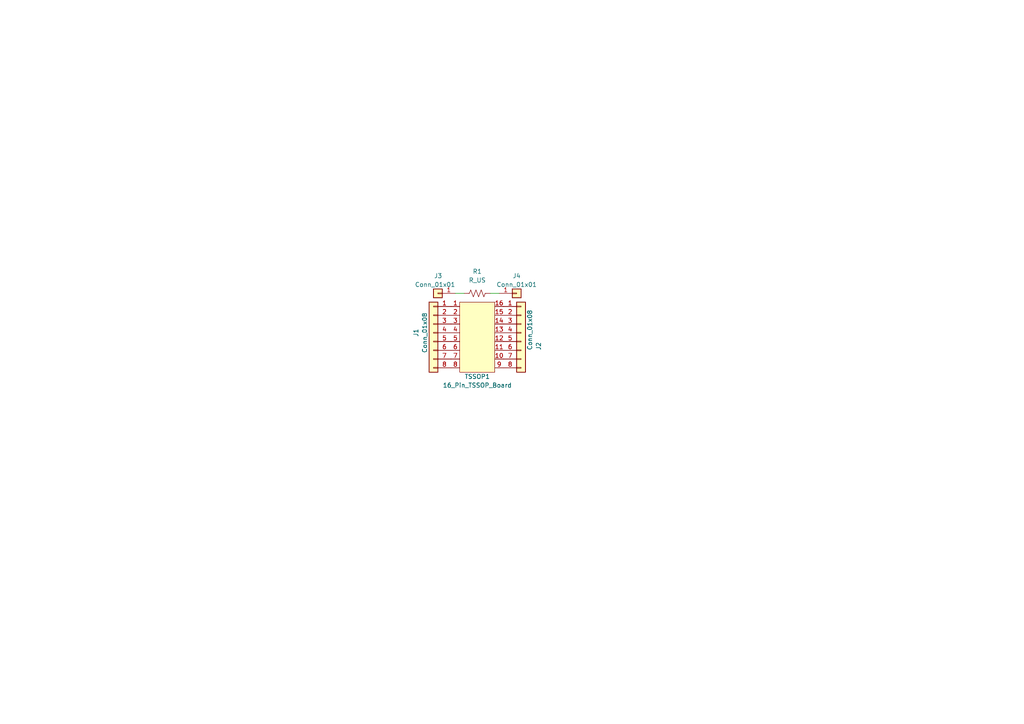
<source format=kicad_sch>
(kicad_sch (version 20211123) (generator eeschema)
  (paper "A4")
  (title_block (title "16 Pin Testing Board") (date "2023-05-10") (rev "0"))
  (lib_symbols
    (symbol "8_Pin_TSSOP_Board:16_Pin_TSSOP_Board"
      (property "Reference" "U" (at 0 -11.43 0))
      (property "Value" "16_Pin_TSSOP_Board" (at 0 12.7 0))
      (symbol "16_Pin_TSSOP_Board_0_1"
        (rectangle (start -5.08 10.16) (end 5.08 -10.16) (fill (type background)))
      )
      (symbol "16_Pin_TSSOP_Board_1_1"
        (pin unspecified line (at -7.62 8.89 0) (length 2.54) (name "") (number "1"))
        (pin unspecified line (at 7.62 -6.35 180) (length 2.54) (name "") (number "10"))
        (pin unspecified line (at 7.62 -3.81 180) (length 2.54) (name "") (number "11"))
        (pin unspecified line (at 7.62 -1.27 180) (length 2.54) (name "") (number "12"))
        (pin unspecified line (at 7.62 1.27 180) (length 2.54) (name "") (number "13"))
        (pin unspecified line (at 7.62 3.81 180) (length 2.54) (name "") (number "14"))
        (pin unspecified line (at 7.62 6.35 180) (length 2.54) (name "") (number "15"))
        (pin unspecified line (at 7.62 8.89 180) (length 2.54) (name "") (number "16"))
        (pin unspecified line (at -7.62 6.35 0) (length 2.54) (name "") (number "2"))
        (pin unspecified line (at -7.62 3.81 0) (length 2.54) (name "") (number "3"))
        (pin unspecified line (at -7.62 1.27 0) (length 2.54) (name "") (number "4"))
        (pin unspecified line (at -7.62 -1.27 0) (length 2.54) (name "") (number "5"))
        (pin unspecified line (at -7.62 -3.81 0) (length 2.54) (name "") (number "6"))
        (pin unspecified line (at -7.62 -6.35 0) (length 2.54) (name "") (number "7"))
        (pin unspecified line (at -7.62 -8.89 0) (length 2.54) (name "") (number "8"))
        (pin unspecified line (at 7.62 -8.89 180) (length 2.54) (name "") (number "9"))
      )
    )
    (symbol "Connector_Generic:Conn_01x01" (pin_names (offset 1.016) hide)
      (property "Reference" "J" (at 0 2.54 0))
      (property "Value" "Conn_01x01" (at 0 -2.54 0))
      (symbol "Conn_01x01_1_1"
        (rectangle (start -1.27 0.127) (end 0 -0.127) (stroke (width 0.1524)))
        (rectangle (start -1.27 1.27) (end 1.27 -1.27) (stroke (width 0.254)) (fill (type background)))
        (pin passive line (at -5.08 0 0) (length 3.81) (name "Pin_1") (number "1"))
      )
    )
    (symbol "Connector_Generic:Conn_01x08" (pin_names (offset 1.016) hide)
      (property "Reference" "J" (at 0 10.16 0))
      (property "Value" "Conn_01x08" (at 0 -12.7 0))
      (symbol "Conn_01x08_1_1"
        (rectangle (start -1.27 -10.033) (end 0 -10.287) (stroke (width 0.1524)))
        (rectangle (start -1.27 -7.493) (end 0 -7.747) (stroke (width 0.1524)))
        (rectangle (start -1.27 -4.953) (end 0 -5.207) (stroke (width 0.1524)))
        (rectangle (start -1.27 -2.413) (end 0 -2.667) (stroke (width 0.1524)))
        (rectangle (start -1.27 0.127) (end 0 -0.127) (stroke (width 0.1524)))
        (rectangle (start -1.27 2.667) (end 0 2.413) (stroke (width 0.1524)))
        (rectangle (start -1.27 5.207) (end 0 4.953) (stroke (width 0.1524)))
        (rectangle (start -1.27 7.747) (end 0 7.493) (stroke (width 0.1524)))
        (rectangle (start -1.27 8.89) (end 1.27 -11.43) (stroke (width 0.254)) (fill (type background)))
        (pin passive line (at -5.08 7.62 0) (length 3.81) (name "Pin_1") (number "1"))
        (pin passive line (at -5.08 5.08 0) (length 3.81) (name "Pin_2") (number "2"))
        (pin passive line (at -5.08 2.54 0) (length 3.81) (name "Pin_3") (number "3"))
        (pin passive line (at -5.08 0 0) (length 3.81) (name "Pin_4") (number "4"))
        (pin passive line (at -5.08 -2.54 0) (length 3.81) (name "Pin_5") (number "5"))
        (pin passive line (at -5.08 -5.08 0) (length 3.81) (name "Pin_6") (number "6"))
        (pin passive line (at -5.08 -7.62 0) (length 3.81) (name "Pin_7") (number "7"))
        (pin passive line (at -5.08 -10.16 0) (length 3.81) (name "Pin_8") (number "8"))
      )
    )
    (symbol "Device:R_US" (pin_numbers hide) (pin_names (offset 0))
      (property "Reference" "R" (at 2.54 0 90))
      (property "Value" "R_US" (at -2.54 0 90))
      (symbol "R_US_0_1"
        (polyline (pts (xy 0 -2.286) (xy 0 -2.54)))
        (polyline (pts (xy 0 2.286) (xy 0 2.54)))
        (polyline (pts (xy 0 -0.762) (xy 1.016 -1.143) (xy 0 -1.524) (xy -1.016 -1.905) (xy 0 -2.286)))
        (polyline (pts (xy 0 0.762) (xy 1.016 0.381) (xy 0 0) (xy -1.016 -0.381) (xy 0 -0.762)))
        (polyline (pts (xy 0 2.286) (xy 1.016 1.905) (xy 0 1.524) (xy -1.016 1.143) (xy 0 0.762)))
      )
      (symbol "R_US_1_1"
        (pin passive line (at 0 3.81 270) (length 1.27) (name "~") (number "1"))
        (pin passive line (at 0 -3.81 90) (length 1.27) (name "~") (number "2"))
      )
    )
  )
  (wire (pts (xy 132.08 85.09) (xy 134.62 85.09)))
  (wire (pts (xy 142.24 85.09) (xy 144.78 85.09)))
  (symbol (lib_id "Connector_Generic:Conn_01x01") (at 149.86 85.09 0) (unit 1)
    (property "Reference" "J4" (at 149.86 80.01 0))
    (property "Value" "Conn_01x01" (at 149.86 82.55 0))
    (property "Footprint" "Connector_PinSocket_2.54mm:PinSocket_1x01_P2.54mm_Vertical" (effects hide))
  )
  (symbol (lib_id "Connector_Generic:Conn_01x01") (at 127 85.09 0) (mirror y) (unit 1)
    (property "Reference" "J3" (at 128.27 80.01 0) (effects (justify left)))
    (property "Value" "Conn_01x01" (at 132.08 82.55 0) (effects (justify left)))
    (property "Footprint" "Connector_PinSocket_2.54mm:PinSocket_1x01_P2.54mm_Vertical" (effects hide))
  )
  (symbol (lib_id "Connector_Generic:Conn_01x08") (at 151.13 96.52 0) (unit 1)
    (property "Reference" "J2" (at 156.21 101.6 90) (effects (justify left)))
    (property "Value" "Conn_01x08" (at 153.67 101.6 90) (effects (justify left)))
    (property "Footprint" "Connector_PinSocket_2.54mm:PinSocket_1x08_P2.54mm_Vertical" (effects hide))
  )
  (symbol (lib_id "Connector_Generic:Conn_01x08") (at 125.73 96.52 0) (mirror y) (unit 1)
    (property "Reference" "J1" (at 120.65 96.52 90))
    (property "Value" "Conn_01x08" (at 123.19 96.52 90))
    (property "Footprint" "Connector_PinSocket_2.54mm:PinSocket_1x08_P2.54mm_Vertical" (effects hide))
  )
  (symbol (lib_id "8_Pin_TSSOP_Board:16_Pin_TSSOP_Board") (at 138.43 97.79 0) (unit 1)
    (property "Reference" "TSSOP1" (at 138.43 109.22 0))
    (property "Value" "16_Pin_TSSOP_Board" (at 138.43 111.76 0))
    (property "Footprint" "TSSOP_Footprints:16_Pin_TSSOP_Board" (effects hide))
  )
  (symbol (lib_id "Device:R_US") (at 138.43 85.09 270) (unit 1)
    (property "Reference" "R1" (at 138.43 78.74 90))
    (property "Value" "R_US" (at 138.43 81.28 90))
    (property "Footprint" "Resistor_SMD:R_0805_2012Metric" (effects hide))
  )
)
</source>
